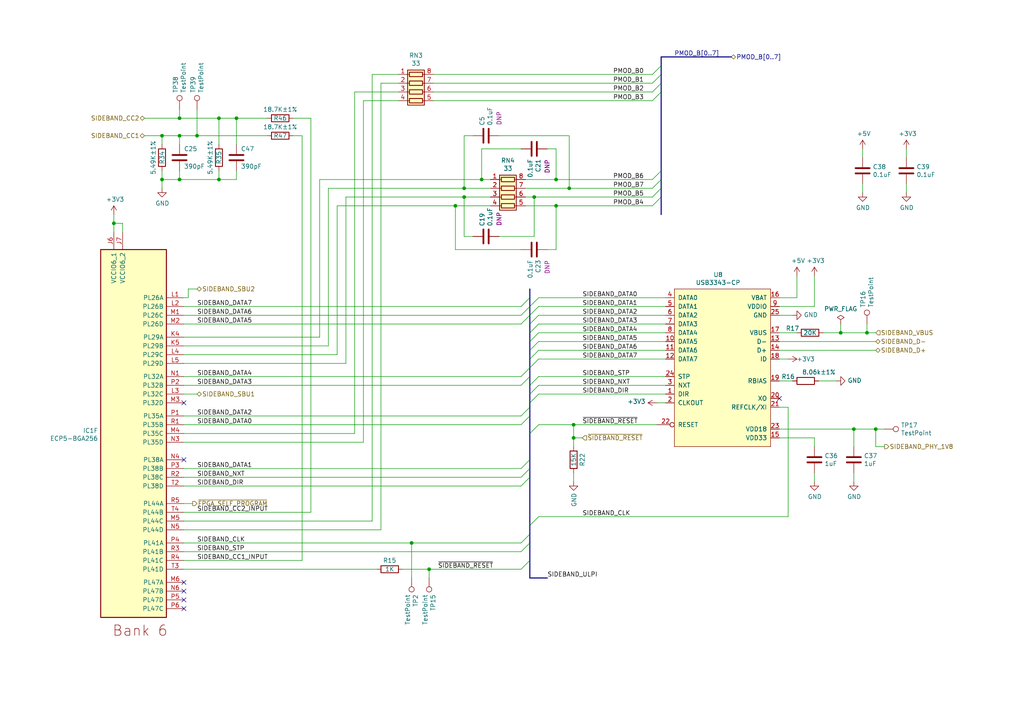
<source format=kicad_sch>
(kicad_sch (version 20211123) (generator eeschema)
  (paper "A4")
  (title_block (title "LUNA USB Multitool") (date "2023-01-11") (rev "r0.5") (company "Copyright 2019-2023 Great Scott Gadgets") (comment 1 "Licensed under the CERN-OHL-P v2"))
  (junction (at 134.62 54.61))
  (junction (at 124.46 165.1))
  (junction (at 139.7 52.07))
  (junction (at 52.07 52.07))
  (junction (at 63.5 34.29))
  (junction (at 134.62 57.15))
  (junction (at 251.46 96.52))
  (junction (at 52.07 39.37))
  (junction (at 57.15 39.37))
  (junction (at 68.58 34.29))
  (junction (at 243.84 96.52))
  (junction (at 119.38 157.48))
  (junction (at 166.37 127))
  (junction (at 33.02 64.77))
  (junction (at 254 124.46))
  (junction (at 46.99 52.07))
  (junction (at 166.37 123.19))
  (junction (at 161.29 52.07))
  (junction (at 154.94 57.15))
  (junction (at 165.1 54.61))
  (junction (at 132.08 59.69))
  (junction (at 52.07 34.29))
  (junction (at 247.65 124.46))
  (junction (at 161.29 59.69))
  (junction (at 63.5 52.07))
  (junction (at 46.99 39.37))
  (no_connect (at 53.34 171.45))
  (no_connect (at 53.34 168.91))
  (no_connect (at 53.34 173.99))
  (no_connect (at 53.34 176.53))
  (no_connect (at 226.06 115.57))
  (no_connect (at 53.34 133.35))
  (no_connect (at 53.34 116.84))
  (bus_entry (at 191.77 49.53) (size -2.54 2.54))
  (bus_entry (at 151.13 165.1) (size 2.54 -2.54))
  (bus_entry (at 156.21 114.3) (size -2.54 2.54))
  (bus_entry (at 191.77 19.05) (size -2.54 2.54))
  (bus_entry (at 156.21 86.36) (size -2.54 2.54))
  (bus_entry (at 191.77 26.67) (size -2.54 2.54))
  (bus_entry (at 151.13 109.22) (size 2.54 -2.54))
  (bus_entry (at 151.13 138.43) (size 2.54 -2.54))
  (bus_entry (at 191.77 21.59) (size -2.54 2.54))
  (bus_entry (at 153.67 152.4) (size 2.54 -2.54))
  (bus_entry (at 153.67 104.14) (size 2.54 -2.54))
  (bus_entry (at 153.67 111.76) (size 2.54 -2.54))
  (bus_entry (at 151.13 111.76) (size 2.54 -2.54))
  (bus_entry (at 153.67 106.68) (size 2.54 -2.54))
  (bus_entry (at 153.67 99.06) (size 2.54 -2.54))
  (bus_entry (at 151.13 91.44) (size 2.54 -2.54))
  (bus_entry (at 151.13 88.9) (size 2.54 -2.54))
  (bus_entry (at 153.67 96.52) (size 2.54 -2.54))
  (bus_entry (at 153.67 101.6) (size 2.54 -2.54))
  (bus_entry (at 153.67 93.98) (size 2.54 -2.54))
  (bus_entry (at 151.13 123.19) (size 2.54 -2.54))
  (bus_entry (at 191.77 54.61) (size -2.54 2.54))
  (bus_entry (at 153.67 138.43) (size -2.54 2.54))
  (bus_entry (at 191.77 52.07) (size -2.54 2.54))
  (bus_entry (at 153.67 125.73) (size 2.54 -2.54))
  (bus_entry (at 191.77 24.13) (size -2.54 2.54))
  (bus_entry (at 151.13 135.89) (size 2.54 -2.54))
  (bus_entry (at 151.13 120.65) (size 2.54 -2.54))
  (bus_entry (at 156.21 111.76) (size -2.54 2.54))
  (bus_entry (at 151.13 160.02) (size 2.54 -2.54))
  (bus_entry (at 151.13 93.98) (size 2.54 -2.54))
  (bus_entry (at 151.13 157.48) (size 2.54 -2.54))
  (bus_entry (at 153.67 91.44) (size 2.54 -2.54))
  (bus_entry (at 191.77 57.15) (size -2.54 2.54))
  (wire (pts (xy 52.07 31.75) (xy 52.07 34.29)))
  (wire (pts (xy 53.34 138.43) (xy 151.13 138.43)))
  (wire (pts (xy 92.71 52.07) (xy 92.71 97.79)))
  (wire (pts (xy 226.06 99.06) (xy 254 99.06)))
  (bus (pts (xy 191.77 16.51) (xy 212.09 16.51)))
  (wire (pts (xy 243.84 96.52) (xy 251.46 96.52)))
  (wire (pts (xy 105.41 29.21) (xy 115.57 29.21)))
  (wire (pts (xy 139.7 52.07) (xy 139.7 43.18)))
  (bus (pts (xy 191.77 21.59) (xy 191.77 24.13)))
  (wire (pts (xy 229.87 110.49) (xy 226.06 110.49)))
  (bus (pts (xy 153.67 111.76) (xy 153.67 114.3)))
  (wire (pts (xy 243.84 93.98) (xy 243.84 96.52)))
  (wire (pts (xy 166.37 123.19) (xy 190.5 123.19)))
  (wire (pts (xy 166.37 137.16) (xy 166.37 139.7)))
  (wire (pts (xy 110.49 153.67) (xy 53.34 153.67)))
  (wire (pts (xy 193.04 91.44) (xy 156.21 91.44)))
  (bus (pts (xy 153.67 120.65) (xy 153.67 125.73)))
  (bus (pts (xy 153.67 93.98) (xy 153.67 96.52)))
  (wire (pts (xy 161.29 43.18) (xy 161.29 52.07)))
  (wire (pts (xy 226.06 124.46) (xy 247.65 124.46)))
  (wire (pts (xy 154.94 68.58) (xy 154.94 57.15)))
  (wire (pts (xy 53.34 135.89) (xy 151.13 135.89)))
  (wire (pts (xy 87.63 162.56) (xy 53.34 162.56)))
  (wire (pts (xy 92.71 97.79) (xy 53.34 97.79)))
  (wire (pts (xy 231.14 86.36) (xy 231.14 80.01)))
  (bus (pts (xy 191.77 19.05) (xy 191.77 21.59)))
  (wire (pts (xy 165.1 54.61) (xy 152.4 54.61)))
  (wire (pts (xy 152.4 52.07) (xy 161.29 52.07)))
  (bus (pts (xy 153.67 86.36) (xy 153.67 88.9)))
  (wire (pts (xy 132.08 59.69) (xy 132.08 72.39)))
  (bus (pts (xy 153.67 138.43) (xy 153.67 152.4)))
  (wire (pts (xy 193.04 93.98) (xy 156.21 93.98)))
  (wire (pts (xy 109.22 165.1) (xy 53.34 165.1)))
  (wire (pts (xy 92.71 52.07) (xy 139.7 52.07)))
  (wire (pts (xy 68.58 52.07) (xy 63.5 52.07)))
  (wire (pts (xy 97.79 59.69) (xy 132.08 59.69)))
  (bus (pts (xy 153.67 88.9) (xy 153.67 91.44)))
  (wire (pts (xy 33.02 67.31) (xy 33.02 64.77)))
  (wire (pts (xy 53.34 160.02) (xy 151.13 160.02)))
  (wire (pts (xy 46.99 41.91) (xy 46.99 39.37)))
  (bus (pts (xy 191.77 24.13) (xy 191.77 26.67)))
  (bus (pts (xy 153.67 125.73) (xy 153.67 133.35)))
  (wire (pts (xy 251.46 96.52) (xy 254 96.52)))
  (wire (pts (xy 53.34 114.3) (xy 57.15 114.3)))
  (wire (pts (xy 262.89 53.34) (xy 262.89 55.88)))
  (wire (pts (xy 90.17 148.59) (xy 90.17 34.29)))
  (wire (pts (xy 53.34 125.73) (xy 102.87 125.73)))
  (wire (pts (xy 158.75 72.39) (xy 161.29 72.39)))
  (wire (pts (xy 189.23 24.13) (xy 125.73 24.13)))
  (wire (pts (xy 231.14 96.52) (xy 226.06 96.52)))
  (wire (pts (xy 247.65 129.54) (xy 247.65 124.46)))
  (wire (pts (xy 226.06 118.11) (xy 228.6 118.11)))
  (wire (pts (xy 52.07 49.53) (xy 52.07 52.07)))
  (wire (pts (xy 68.58 41.91) (xy 68.58 34.29)))
  (wire (pts (xy 189.23 59.69) (xy 161.29 59.69)))
  (wire (pts (xy 33.02 64.77) (xy 35.56 64.77)))
  (wire (pts (xy 226.06 101.6) (xy 254 101.6)))
  (wire (pts (xy 250.19 53.34) (xy 250.19 55.88)))
  (wire (pts (xy 142.24 54.61) (xy 134.62 54.61)))
  (wire (pts (xy 193.04 86.36) (xy 156.21 86.36)))
  (wire (pts (xy 125.73 21.59) (xy 189.23 21.59)))
  (wire (pts (xy 57.15 39.37) (xy 52.07 39.37)))
  (wire (pts (xy 193.04 101.6) (xy 156.21 101.6)))
  (wire (pts (xy 97.79 102.87) (xy 97.79 59.69)))
  (wire (pts (xy 193.04 88.9) (xy 156.21 88.9)))
  (wire (pts (xy 166.37 123.19) (xy 156.21 123.19)))
  (bus (pts (xy 191.77 54.61) (xy 191.77 57.15)))
  (wire (pts (xy 115.57 26.67) (xy 102.87 26.67)))
  (wire (pts (xy 53.34 91.44) (xy 151.13 91.44)))
  (wire (pts (xy 228.6 149.86) (xy 228.6 118.11)))
  (bus (pts (xy 153.67 154.94) (xy 153.67 157.48)))
  (wire (pts (xy 97.79 102.87) (xy 53.34 102.87)))
  (wire (pts (xy 77.47 39.37) (xy 57.15 39.37)))
  (wire (pts (xy 161.29 52.07) (xy 189.23 52.07)))
  (wire (pts (xy 226.06 127) (xy 236.22 127)))
  (bus (pts (xy 153.67 106.68) (xy 153.67 109.22)))
  (wire (pts (xy 87.63 162.56) (xy 87.63 39.37)))
  (bus (pts (xy 153.67 162.56) (xy 153.67 167.64)))
  (bus (pts (xy 153.67 104.14) (xy 153.67 106.68)))
  (bus (pts (xy 153.67 133.35) (xy 153.67 135.89)))
  (bus (pts (xy 153.67 118.11) (xy 153.67 120.65)))
  (wire (pts (xy 247.65 139.7) (xy 247.65 137.16)))
  (wire (pts (xy 110.49 153.67) (xy 110.49 24.13)))
  (bus (pts (xy 191.77 26.67) (xy 191.77 49.53)))
  (wire (pts (xy 193.04 104.14) (xy 156.21 104.14)))
  (wire (pts (xy 46.99 39.37) (xy 41.91 39.37)))
  (wire (pts (xy 46.99 52.07) (xy 46.99 54.61)))
  (wire (pts (xy 247.65 124.46) (xy 254 124.46)))
  (wire (pts (xy 226.06 91.44) (xy 229.87 91.44)))
  (wire (pts (xy 134.62 68.58) (xy 137.16 68.58)))
  (wire (pts (xy 105.41 128.27) (xy 105.41 29.21)))
  (wire (pts (xy 33.02 62.23) (xy 33.02 64.77)))
  (bus (pts (xy 153.67 135.89) (xy 153.67 138.43)))
  (wire (pts (xy 139.7 43.18) (xy 151.13 43.18)))
  (wire (pts (xy 55.88 146.05) (xy 53.34 146.05)))
  (wire (pts (xy 124.46 165.1) (xy 124.46 167.64)))
  (wire (pts (xy 161.29 59.69) (xy 152.4 59.69)))
  (wire (pts (xy 53.34 86.36) (xy 54.61 86.36)))
  (wire (pts (xy 132.08 72.39) (xy 151.13 72.39)))
  (wire (pts (xy 262.89 43.18) (xy 262.89 45.72)))
  (wire (pts (xy 236.22 88.9) (xy 226.06 88.9)))
  (wire (pts (xy 236.22 127) (xy 236.22 129.54)))
  (wire (pts (xy 137.16 39.37) (xy 134.62 39.37)))
  (wire (pts (xy 228.6 104.14) (xy 226.06 104.14)))
  (wire (pts (xy 53.34 123.19) (xy 151.13 123.19)))
  (wire (pts (xy 53.34 120.65) (xy 151.13 120.65)))
  (bus (pts (xy 191.77 57.15) (xy 191.77 62.23)))
  (wire (pts (xy 166.37 127) (xy 168.91 127)))
  (wire (pts (xy 226.06 86.36) (xy 231.14 86.36)))
  (wire (pts (xy 165.1 39.37) (xy 165.1 54.61)))
  (wire (pts (xy 134.62 57.15) (xy 142.24 57.15)))
  (wire (pts (xy 254 124.46) (xy 256.54 124.46)))
  (wire (pts (xy 85.09 34.29) (xy 90.17 34.29)))
  (wire (pts (xy 144.78 68.58) (xy 154.94 68.58)))
  (wire (pts (xy 57.15 31.75) (xy 57.15 39.37)))
  (bus (pts (xy 153.67 83.82) (xy 153.67 86.36)))
  (wire (pts (xy 144.78 39.37) (xy 165.1 39.37)))
  (wire (pts (xy 134.62 39.37) (xy 134.62 54.61)))
  (bus (pts (xy 153.67 116.84) (xy 153.67 118.11)))
  (bus (pts (xy 191.77 52.07) (xy 191.77 54.61)))
  (wire (pts (xy 166.37 127) (xy 166.37 129.54)))
  (wire (pts (xy 102.87 26.67) (xy 102.87 125.73)))
  (bus (pts (xy 153.67 109.22) (xy 153.67 111.76)))
  (wire (pts (xy 250.19 43.18) (xy 250.19 45.72)))
  (wire (pts (xy 53.34 105.41) (xy 100.33 105.41)))
  (wire (pts (xy 54.61 83.82) (xy 57.15 83.82)))
  (wire (pts (xy 53.34 100.33) (xy 95.25 100.33)))
  (wire (pts (xy 132.08 59.69) (xy 142.24 59.69)))
  (wire (pts (xy 236.22 80.01) (xy 236.22 88.9)))
  (wire (pts (xy 53.34 148.59) (xy 90.17 148.59)))
  (wire (pts (xy 53.34 93.98) (xy 151.13 93.98)))
  (wire (pts (xy 161.29 72.39) (xy 161.29 59.69)))
  (wire (pts (xy 54.61 86.36) (xy 54.61 83.82)))
  (wire (pts (xy 158.75 43.18) (xy 161.29 43.18)))
  (wire (pts (xy 166.37 123.19) (xy 166.37 127)))
  (bus (pts (xy 153.67 101.6) (xy 153.67 104.14)))
  (wire (pts (xy 100.33 105.41) (xy 100.33 57.15)))
  (wire (pts (xy 52.07 41.91) (xy 52.07 39.37)))
  (wire (pts (xy 154.94 57.15) (xy 189.23 57.15)))
  (wire (pts (xy 46.99 49.53) (xy 46.99 52.07)))
  (wire (pts (xy 193.04 96.52) (xy 156.21 96.52)))
  (wire (pts (xy 156.21 149.86) (xy 228.6 149.86)))
  (bus (pts (xy 153.67 96.52) (xy 153.67 99.06)))
  (wire (pts (xy 52.07 52.07) (xy 63.5 52.07)))
  (wire (pts (xy 156.21 111.76) (xy 193.04 111.76)))
  (wire (pts (xy 35.56 64.77) (xy 35.56 67.31)))
  (wire (pts (xy 139.7 52.07) (xy 142.24 52.07)))
  (wire (pts (xy 156.21 109.22) (xy 193.04 109.22)))
  (wire (pts (xy 46.99 52.07) (xy 52.07 52.07)))
  (wire (pts (xy 193.04 99.06) (xy 156.21 99.06)))
  (wire (pts (xy 119.38 167.64) (xy 119.38 157.48)))
  (wire (pts (xy 53.34 140.97) (xy 151.13 140.97)))
  (bus (pts (xy 153.67 99.06) (xy 153.67 101.6)))
  (wire (pts (xy 193.04 116.84) (xy 190.5 116.84)))
  (wire (pts (xy 68.58 34.29) (xy 77.47 34.29)))
  (wire (pts (xy 53.34 157.48) (xy 119.38 157.48)))
  (wire (pts (xy 68.58 34.29) (xy 63.5 34.29)))
  (wire (pts (xy 53.34 88.9) (xy 151.13 88.9)))
  (wire (pts (xy 107.95 21.59) (xy 107.95 151.13)))
  (wire (pts (xy 124.46 165.1) (xy 151.13 165.1)))
  (wire (pts (xy 116.84 165.1) (xy 124.46 165.1)))
  (wire (pts (xy 254 129.54) (xy 254 124.46)))
  (wire (pts (xy 68.58 49.53) (xy 68.58 52.07)))
  (wire (pts (xy 53.34 109.22) (xy 151.13 109.22)))
  (wire (pts (xy 107.95 21.59) (xy 115.57 21.59)))
  (wire (pts (xy 46.99 39.37) (xy 52.07 39.37)))
  (wire (pts (xy 238.76 96.52) (xy 243.84 96.52)))
  (bus (pts (xy 153.67 91.44) (xy 153.67 93.98)))
  (bus (pts (xy 153.67 114.3) (xy 153.67 116.84)))
  (wire (pts (xy 52.07 34.29) (xy 63.5 34.29)))
  (wire (pts (xy 53.34 151.13) (xy 107.95 151.13)))
  (wire (pts (xy 63.5 52.07) (xy 63.5 49.53)))
  (bus (pts (xy 153.67 152.4) (xy 153.67 154.94)))
  (wire (pts (xy 251.46 93.98) (xy 251.46 96.52)))
  (bus (pts (xy 158.75 167.64) (xy 153.67 167.64)))
  (bus (pts (xy 191.77 49.53) (xy 191.77 52.07)))
  (wire (pts (xy 236.22 139.7) (xy 236.22 137.16)))
  (wire (pts (xy 189.23 29.21) (xy 125.73 29.21)))
  (wire (pts (xy 87.63 39.37) (xy 85.09 39.37)))
  (wire (pts (xy 189.23 54.61) (xy 165.1 54.61)))
  (wire (pts (xy 156.21 114.3) (xy 193.04 114.3)))
  (wire (pts (xy 152.4 57.15) (xy 154.94 57.15)))
  (wire (pts (xy 134.62 57.15) (xy 134.62 68.58)))
  (wire (pts (xy 63.5 41.91) (xy 63.5 34.29)))
  (wire (pts (xy 95.25 100.33) (xy 95.25 54.61)))
  (wire (pts (xy 242.57 110.49) (xy 237.49 110.49)))
  (wire (pts (xy 115.57 24.13) (xy 110.49 24.13)))
  (bus (pts (xy 191.77 16.51) (xy 191.77 19.05)))
  (wire (pts (xy 134.62 54.61) (xy 95.25 54.61)))
  (wire (pts (xy 125.73 26.67) (xy 189.23 26.67)))
  (wire (pts (xy 53.34 128.27) (xy 105.41 128.27)))
  (wire (pts (xy 53.34 111.76) (xy 151.13 111.76)))
  (bus (pts (xy 153.67 157.48) (xy 153.67 162.56)))
  (wire (pts (xy 100.33 57.15) (xy 134.62 57.15)))
  (wire (pts (xy 256.54 129.54) (xy 254 129.54)))
  (wire (pts (xy 119.38 157.48) (xy 151.13 157.48)))
  (wire (pts (xy 41.91 34.29) (xy 52.07 34.29)))
  (label "SIDEBAND_CLK" (at 57.15 157.48 0))
  (label "SIDEBAND_DATA0" (at 57.15 123.19 0))
  (label "SIDEBAND_ULPI" (at 158.75 167.64 0))
  (label "SIDEBAND_DATA5" (at 168.91 99.06 0))
  (label "SIDEBAND_STP" (at 168.91 109.22 0))
  (label "SIDEBAND_DATA2" (at 168.91 91.44 0))
  (label "SIDEBAND_DIR" (at 168.91 114.3 0))
  (label "SIDEBAND_DATA4" (at 57.15 109.22 0))
  (label "PMOD_B5" (at 177.8 57.15 0))
  (label "SIDEBAND_DATA3" (at 168.91 93.98 0))
  (label "SIDEBAND_CLK" (at 168.91 149.86 0))
  (label "PMOD_B0" (at 177.8 21.59 0))
  (label "SIDEBAND_DATA4" (at 168.91 96.52 0))
  (label "SIDEBAND_DATA7" (at 57.15 88.9 0))
  (label "SIDEBAND_DATA2" (at 57.15 120.65 0))
  (label "PMOD_B3" (at 177.8 29.21 0))
  (label "SIDEBAND_CC1_INPUT" (at 57.15 162.56 0))
  (label "PMOD_B6" (at 177.8 52.07 0))
  (label "PMOD_B1" (at 177.8 24.13 0))
  (label "SIDEBAND_DIR" (at 57.15 140.97 0))
  (label "PMOD_B4" (at 177.8 59.69 0))
  (label "SIDEBAND_DATA1" (at 57.15 135.89 0))
  (label "PMOD_B7" (at 177.8 54.61 0))
  (label "SIDEBAND_DATA1" (at 168.91 88.9 0))
  (label "SIDEBAND_STP" (at 57.15 160.02 0))
  (label "SIDEBAND_DATA6" (at 57.15 91.44 0))
  (label "SIDEBAND_DATA0" (at 168.91 86.36 0))
  (label "SIDEBAND_DATA5" (at 57.15 93.98 0))
  (label "SIDEBAND_NXT" (at 168.91 111.76 0))
  (label "SIDEBAND_DATA6" (at 168.91 101.6 0))
  (label "~{SIDEBAND_RESET}" (at 168.91 123.19 0))
  (label "SIDEBAND_CC2_INPUT" (at 57.15 148.59 0))
  (label "PMOD_B[0..7]" (at 195.58 16.51 0))
  (label "SIDEBAND_NXT" (at 57.15 138.43 0))
  (label "PMOD_B2" (at 177.8 26.67 0))
  (label "~{SIDEBAND_RESET}" (at 127 165.1 0))
  (label "SIDEBAND_DATA7" (at 168.91 104.14 0))
  (label "SIDEBAND_DATA3" (at 57.15 111.76 0))
  (hierarchical_label "SIDEBAND_VBUS" (shape input) (at 254 96.52 0))
  (hierarchical_label "SIDEBAND_CC1" (shape bidirectional) (at 41.91 39.37 180))
  (hierarchical_label "PMOD_B[0..7]" (shape bidirectional) (at 212.09 16.51 0))
  (hierarchical_label "SIDEBAND_CC2" (shape bidirectional) (at 41.91 34.29 180))
  (hierarchical_label "~{SIDEBAND_RESET}" (shape input) (at 168.91 127 0))
  (hierarchical_label "SIDEBAND_PHY_1V8" (shape output) (at 256.54 129.54 0))
  (hierarchical_label "SIDEBAND_SBU2" (shape bidirectional) (at 57.15 83.82 0))
  (hierarchical_label "~{FPGA_SELF_PROGRAM}" (shape output) (at 55.88 146.05 0))
  (hierarchical_label "SIDEBAND_D+" (shape bidirectional) (at 254 101.6 0))
  (hierarchical_label "SIDEBAND_SBU1" (shape bidirectional) (at 57.15 114.3 0))
  (hierarchical_label "SIDEBAND_D-" (shape bidirectional) (at 254 99.06 0))
  (symbol (lib_id "usb:USB3343") (at 193.04 83.82 0) (unit 1)
    (property "Reference" "U8" (at 208.28 79.6798 0))
    (property "Value" "USB3343-CP" (at 208.28 81.9658 0))
    (property "Footprint" "Package_DFN_QFN:VQFN-24-1EP_4x4mm_P0.5mm_EP2.45x2.45mm" (effects hide))
    (property "Datasheet" "http://ww1.microchip.com/downloads/en/DeviceDoc/334x.pdf" (effects hide))
    (property "Description" "IC TRANSCEIVER 1/1 24QFN" (effects hide))
    (property "Manufacturer" "Microchip" (effects hide))
    (property "Part Number" "USB3343-CP" (effects hide))
  )
  (symbol (lib_id "fpgas_and_processors:ECP5-BGA256") (at 29.21 72.39 0) (unit 6)
    (property "Reference" "IC1" (at 28.448 124.8918 0) (effects (justify right)))
    (property "Value" "ECP5-BGA256" (at 28.448 127.1778 0) (effects (justify right)))
    (property "Footprint" "luna:lattice_cabga256" (effects hide))
    (property "Description" "FPGA - Field Programmable Gate Array ECP5; 12k LUTs; 1.1V" (effects hide))
    (property "Manufacturer" "Lattice" (effects hide))
    (property "Part Number" "LFE5U-12F-6BG256C" (effects hide))
    (property "Substitution" "LFE5U-12F-*BG256*" (effects hide))
  )
  (symbol (lib_id "power:+3V3") (at 33.02 62.23 0) (unit 1)
    (property "Reference" "#PWR057" (effects hide))
    (property "Value" "+3V3" (at 33.3756 57.8358 0))
  )
  (symbol (lib_id "power:+3V3") (at 190.5 116.84 90) (unit 1)
    (property "Reference" "#PWR058" (effects hide))
    (property "Value" "+3V3" (at 187.2488 116.459 90) (effects (justify left)))
  )
  (symbol (lib_id "Device:C") (at 236.22 133.35 0) (unit 1)
    (property "Reference" "C36" (at 239.141 132.207 0) (effects (justify left)))
    (property "Value" "1uF" (at 239.141 134.493 0) (effects (justify left)))
    (property "Footprint" "Capacitor_SMD:C_0603_1608Metric" (effects hide))
    (property "Part Number" "GENERIC-CAP-0603-1uF" (effects hide))
    (property "Substitution" "any equivalent" (effects hide))
  )
  (symbol (lib_id "power:GND") (at 236.22 139.7 0) (unit 1)
    (property "Reference" "#PWR062" (effects hide))
    (property "Value" "GND" (at 236.3216 144.0688 0))
  )
  (symbol (lib_id "Device:C") (at 247.65 133.35 0) (unit 1)
    (property "Reference" "C37" (at 250.571 132.207 0) (effects (justify left)))
    (property "Value" "1uF" (at 250.571 134.493 0) (effects (justify left)))
    (property "Footprint" "Capacitor_SMD:C_0603_1608Metric" (effects hide))
    (property "Part Number" "GENERIC-CAP-0603-1uF" (effects hide))
    (property "Substitution" "any equivalent" (effects hide))
  )
  (symbol (lib_id "power:GND") (at 247.65 139.7 0) (unit 1)
    (property "Reference" "#PWR064" (effects hide))
    (property "Value" "GND" (at 247.7516 144.0688 0))
  )
  (symbol (lib_id "power:GND") (at 229.87 91.44 90) (unit 1)
    (property "Reference" "#PWR059" (effects hide))
    (property "Value" "GND" (at 233.1212 91.313 90) (effects (justify right)))
  )
  (symbol (lib_id "power:+5V") (at 231.14 80.01 0) (unit 1)
    (property "Reference" "#PWR060" (effects hide))
    (property "Value" "+5V" (at 231.4956 75.6158 0))
  )
  (symbol (lib_id "power:+3V3") (at 236.22 80.01 0) (unit 1)
    (property "Reference" "#PWR061" (effects hide))
    (property "Value" "+3V3" (at 236.5756 75.6158 0))
  )
  (symbol (lib_id "Device:R") (at 233.68 110.49 270) (unit 1)
    (property "Reference" "R16" (at 228.6 109.22 90))
    (property "Value" "8.06k±1%" (at 237.49 107.95 90))
    (property "Footprint" "Resistor_SMD:R_0402_1005Metric" (effects hide))
    (property "Description" "RES SMD 8.06K OHM 1% 1/10W 0402" (effects hide))
    (property "Manufacturer" "Panasonic" (effects hide))
    (property "Part Number" "ERJ-2RKF8061X" (effects hide))
    (property "Substitution" "any equivalent" (effects hide))
  )
  (symbol (lib_id "power:GND") (at 242.57 110.49 90) (unit 1)
    (property "Reference" "#PWR063" (effects hide))
    (property "Value" "GND" (at 245.8212 110.363 90) (effects (justify right)))
  )
  (symbol (lib_id "Device:R") (at 234.95 96.52 270) (unit 1)
    (property "Reference" "R17" (at 229.87 95.25 90))
    (property "Value" "20K" (at 234.95 96.52 90))
    (property "Footprint" "Resistor_SMD:R_0402_1005Metric" (effects hide))
    (property "Description" "RES SMD 20K OHM 5% 1/16W 0402" (effects hide))
    (property "Manufacturer" "Yageo" (effects hide))
    (property "Part Number" "RC0402JR-0720KL" (effects hide))
    (property "Substitution" "any equivalent" (effects hide))
  )
  (symbol (lib_id "Device:C") (at 250.19 49.53 0) (unit 1)
    (property "Reference" "C38" (at 253.111 48.387 0) (effects (justify left)))
    (property "Value" "0.1uF" (at 253.111 50.673 0) (effects (justify left)))
    (property "Footprint" "Capacitor_SMD:C_0402_1005Metric" (effects hide))
    (property "Part Number" "GENERIC-CAP-0402-0.1uF" (effects hide))
    (property "Substitution" "any equivalent" (effects hide))
  )
  (symbol (lib_id "Device:C") (at 262.89 49.53 0) (unit 1)
    (property "Reference" "C39" (at 265.811 48.387 0) (effects (justify left)))
    (property "Value" "0.1uF" (at 265.811 50.673 0) (effects (justify left)))
    (property "Footprint" "Capacitor_SMD:C_0402_1005Metric" (effects hide))
    (property "Part Number" "GENERIC-CAP-0402-0.1uF" (effects hide))
    (property "Substitution" "any equivalent" (effects hide))
  )
  (symbol (lib_id "power:+5V") (at 250.19 43.18 0) (unit 1)
    (property "Reference" "#PWR065" (effects hide))
    (property "Value" "+5V" (at 250.5456 38.7858 0))
  )
  (symbol (lib_id "power:+3V3") (at 262.89 43.18 0) (unit 1)
    (property "Reference" "#PWR067" (effects hide))
    (property "Value" "+3V3" (at 263.2456 38.7858 0))
  )
  (symbol (lib_id "power:GND") (at 250.19 55.88 0) (unit 1)
    (property "Reference" "#PWR066" (effects hide))
    (property "Value" "GND" (at 250.2916 60.2488 0))
  )
  (symbol (lib_id "power:GND") (at 262.89 55.88 0) (unit 1)
    (property "Reference" "#PWR068" (effects hide))
    (property "Value" "GND" (at 262.9916 60.2488 0))
  )
  (symbol (lib_id "Device:R") (at 113.03 165.1 270) (unit 1)
    (property "Reference" "R15" (at 113.03 162.56 90))
    (property "Value" "1K" (at 113.03 165.1 90))
    (property "Footprint" "Resistor_SMD:R_0402_1005Metric" (effects hide))
    (property "Part Number" "GENERIC-RES-0402-1K" (effects hide))
    (property "Substitution" "any equivalent" (effects hide))
  )
  (symbol (lib_id "Device:R") (at 166.37 133.35 0) (unit 1)
    (property "Reference" "R22" (at 168.91 133.35 90))
    (property "Value" "15K" (at 166.37 133.35 90))
    (property "Footprint" "Resistor_SMD:R_0402_1005Metric" (effects hide))
    (property "Part Number" "GENERIC-RES-0402-15K" (effects hide))
    (property "Substitution" "any equivalent" (effects hide))
  )
  (symbol (lib_id "power:GND") (at 166.37 139.7 0) (unit 1)
    (property "Reference" "#PWR0101" (effects hide))
    (property "Value" "GND" (at 166.497 142.9512 90) (effects (justify right)))
  )
  (symbol (lib_id "Device:C") (at 154.94 43.18 270) (unit 1)
    (property "Reference" "C21" (at 156.083 46.101 0) (effects (justify left)))
    (property "Value" "0.1uF" (at 153.797 46.101 0) (effects (justify left)))
    (property "Footprint" "Capacitor_SMD:C_0402_1005Metric" (effects hide))
    (property "Part Number" "GENERIC-CAP-0402-0.1uF" (effects hide))
    (property "Substitution" "any equivalent" (effects hide))
    (property "Note" "DNP" (at 158.75 48.26 0))
  )
  (symbol (lib_id "Device:C") (at 140.97 39.37 90) (unit 1)
    (property "Reference" "C5" (at 139.827 36.449 0) (effects (justify left)))
    (property "Value" "0.1uF" (at 142.113 36.449 0) (effects (justify left)))
    (property "Footprint" "Capacitor_SMD:C_0402_1005Metric" (effects hide))
    (property "Part Number" "GENERIC-CAP-0402-0.1uF" (effects hide))
    (property "Substitution" "any equivalent" (effects hide))
    (property "Note" "DNP" (at 144.78 34.29 0))
  )
  (symbol (lib_id "Device:C") (at 140.97 68.58 90) (unit 1)
    (property "Reference" "C19" (at 139.827 65.659 0) (effects (justify left)))
    (property "Value" "0.1uF" (at 142.113 65.659 0) (effects (justify left)))
    (property "Footprint" "Capacitor_SMD:C_0402_1005Metric" (effects hide))
    (property "Part Number" "GENERIC-CAP-0402-0.1uF" (effects hide))
    (property "Substitution" "any equivalent" (effects hide))
    (property "Note" "DNP" (at 144.78 63.5 0))
  )
  (symbol (lib_id "Device:C") (at 154.94 72.39 270) (unit 1)
    (property "Reference" "C23" (at 156.083 75.311 0) (effects (justify left)))
    (property "Value" "0.1uF" (at 153.797 75.311 0) (effects (justify left)))
    (property "Footprint" "Capacitor_SMD:C_0402_1005Metric" (effects hide))
    (property "Part Number" "GENERIC-CAP-0402-0.1uF" (effects hide))
    (property "Substitution" "any equivalent" (effects hide))
    (property "Note" "DNP" (at 158.75 77.47 0))
  )
  (symbol (lib_id "power:GND") (at 46.99 54.61 0) (unit 1)
    (property "Reference" "#PWR010" (effects hide))
    (property "Value" "GND" (at 47.0916 58.9788 0))
  )
  (symbol (lib_id "Device:R") (at 81.28 34.29 270) (unit 1)
    (property "Reference" "R46" (at 81.28 34.29 90))
    (property "Value" "18.7K±1%" (at 81.28 31.75 90))
    (property "Footprint" "Resistor_SMD:R_0402_1005Metric" (effects hide))
    (property "Part Number" "ERJ-2RKF1872X" (effects hide))
    (property "Substitution" "any equivalent" (effects hide))
    (property "Description" "RES SMD 18.7K OHM 1% 1/10W 0402" (effects hide))
    (property "Manufacturer" "Panasonic" (effects hide))
  )
  (symbol (lib_id "Device:R") (at 81.28 39.37 270) (unit 1)
    (property "Reference" "R47" (at 81.28 39.37 90))
    (property "Value" "18.7K±1%" (at 81.28 36.83 90))
    (property "Footprint" "Resistor_SMD:R_0402_1005Metric" (effects hide))
    (property "Part Number" "ERJ-2RKF1872X" (effects hide))
    (property "Substitution" "any equivalent" (effects hide))
    (property "Description" "RES SMD 18.7K OHM 1% 1/10W 0402" (effects hide))
    (property "Manufacturer" "Panasonic" (effects hide))
  )
  (symbol (lib_id "Device:C") (at 68.58 45.72 0) (unit 1)
    (property "Reference" "C47" (at 69.85 43.18 0) (effects (justify left)))
    (property "Value" "390pF" (at 69.85 48.26 0) (effects (justify left)))
    (property "Footprint" "Capacitor_SMD:C_0402_1005Metric" (effects hide))
    (property "Part Number" "GENERIC-CAP-0402-390pF" (effects hide))
    (property "Substitution" "any equivalent" (effects hide))
  )
  (symbol (lib_id "Device:C") (at 52.07 45.72 0) (unit 1)
    (property "Reference" "C25" (at 53.34 43.18 0) (effects (justify left)))
    (property "Value" "390pF" (at 53.34 48.26 0) (effects (justify left)))
    (property "Footprint" "Capacitor_SMD:C_0402_1005Metric" (effects hide))
    (property "Part Number" "GENERIC-CAP-0402-390pF" (effects hide))
    (property "Substitution" "any equivalent" (effects hide))
  )
  (symbol (lib_id "power:+3V3") (at 228.6 104.14 270) (unit 1)
    (property "Reference" "#PWR0126" (effects hide))
    (property "Value" "+3V3" (at 233.68 104.14 90))
  )
  (symbol (lib_id "Connector:TestPoint") (at 52.07 31.75 0) (unit 1)
    (property "Reference" "TP38" (at 50.927 27.0002 90) (effects (justify left)))
    (property "Value" "TestPoint" (at 53.213 27.0002 90) (effects (justify left)))
    (property "Footprint" "TestPoint:TestPoint_Pad_D1.0mm" (effects hide))
    (property "Note" "DNP" (effects hide))
  )
  (symbol (lib_id "Connector:TestPoint") (at 57.15 31.75 0) (unit 1)
    (property "Reference" "TP39" (at 56.007 27.0002 90) (effects (justify left)))
    (property "Value" "TestPoint" (at 58.293 27.0002 90) (effects (justify left)))
    (property "Footprint" "TestPoint:TestPoint_Pad_D1.0mm" (effects hide))
    (property "Note" "DNP" (effects hide))
  )
  (symbol (lib_id "power:PWR_FLAG") (at 243.84 93.98 0) (unit 1)
    (property "Reference" "#FLG0105" (effects hide))
    (property "Value" "PWR_FLAG" (at 243.84 89.5858 0))
  )
  (symbol (lib_id "Device:R") (at 46.99 45.72 0) (mirror x) (unit 1)
    (property "Reference" "R34" (at 46.99 45.72 90))
    (property "Value" "5.49K±1%" (at 44.45 45.72 90))
    (property "Footprint" "Resistor_SMD:R_0402_1005Metric" (effects hide))
    (property "Part Number" "ERJ-2RKF5491X" (effects hide))
    (property "Substitution" "any equivalent" (effects hide))
    (property "Description" "RES SMD 5.49K OHM 1% 1/10W 0402" (effects hide))
    (property "Manufacturer" "Panasonic" (effects hide))
  )
  (symbol (lib_id "Device:R") (at 63.5 45.72 0) (mirror x) (unit 1)
    (property "Reference" "R35" (at 63.5 45.72 90))
    (property "Value" "5.49K±1%" (at 60.96 45.72 90))
    (property "Footprint" "Resistor_SMD:R_0402_1005Metric" (effects hide))
    (property "Part Number" "ERJ-2RKF5491X" (effects hide))
    (property "Substitution" "any equivalent" (effects hide))
    (property "Description" "RES SMD 5.49K OHM 1% 1/10W 0402" (effects hide))
    (property "Manufacturer" "Panasonic" (effects hide))
  )
  (symbol (lib_id "Device:R_Pack04") (at 120.65 26.67 270) (unit 1)
    (property "Reference" "RN3" (at 120.65 16.0782 90))
    (property "Value" "33" (at 120.65 18.3896 90))
    (property "Footprint" "Resistor_SMD:R_Array_Convex_4x0402" (effects hide))
    (property "Description" "RES ARRAY 4 RES 33 OHM 0804" (effects hide))
    (property "Manufacturer" "Yageo" (effects hide))
    (property "Part Number" "YC124-JR-0733RL" (effects hide))
    (property "Substitution" "any equivalent" (effects hide))
  )
  (symbol (lib_id "Device:R_Pack04") (at 147.32 57.15 270) (unit 1)
    (property "Reference" "RN4" (at 147.32 46.5582 90))
    (property "Value" "33" (at 147.32 48.8696 90))
    (property "Footprint" "Resistor_SMD:R_Array_Convex_4x0402" (effects hide))
    (property "Description" "RES ARRAY 4 RES 33 OHM 0804" (effects hide))
    (property "Manufacturer" "Yageo" (effects hide))
    (property "Part Number" "YC124-JR-0733RL" (effects hide))
    (property "Substitution" "any equivalent" (effects hide))
  )
  (symbol (lib_id "Connector:TestPoint") (at 256.54 124.46 270) (unit 1)
    (property "Reference" "TP17" (at 261.2898 123.317 90) (effects (justify left)))
    (property "Value" "TestPoint" (at 261.2898 125.603 90) (effects (justify left)))
    (property "Footprint" "TestPoint:TestPoint_Pad_D1.0mm" (effects hide))
    (property "Note" "DNP" (effects hide))
  )
  (symbol (lib_id "Connector:TestPoint") (at 251.46 93.98 0) (unit 1)
    (property "Reference" "TP16" (at 250.317 89.2302 90) (effects (justify left)))
    (property "Value" "TestPoint" (at 252.603 89.2302 90) (effects (justify left)))
    (property "Footprint" "TestPoint:TestPoint_Pad_D1.0mm" (effects hide))
    (property "Note" "DNP" (effects hide))
  )
  (symbol (lib_id "Connector:TestPoint") (at 124.46 167.64 180) (unit 1)
    (property "Reference" "TP15" (at 125.603 172.3898 90) (effects (justify left)))
    (property "Value" "TestPoint" (at 123.317 172.3898 90) (effects (justify left)))
    (property "Footprint" "TestPoint:TestPoint_Pad_D1.0mm" (effects hide))
    (property "Note" "DNP" (effects hide))
  )
  (symbol (lib_id "Connector:TestPoint") (at 119.38 167.64 180) (unit 1)
    (property "Reference" "TP2" (at 120.523 172.3898 90) (effects (justify left)))
    (property "Value" "TestPoint" (at 118.237 172.3898 90) (effects (justify left)))
    (property "Footprint" "TestPoint:TestPoint_Pad_D1.0mm" (effects hide))
    (property "Note" "DNP" (effects hide))
  )
)
</source>
